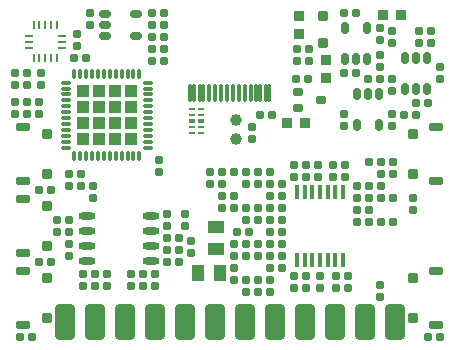
<source format=gtp>
G04*
G04 #@! TF.GenerationSoftware,Altium Limited,Altium Designer,19.1.5 (86)*
G04*
G04 Layer_Color=8421504*
%FSLAX25Y25*%
%MOIN*%
G70*
G01*
G75*
%ADD19R,0.04134X0.04134*%
%ADD20R,0.04134X0.04134*%
G04:AMPARAMS|DCode=21|XSize=7.87mil|YSize=20.67mil|CornerRadius=1.97mil|HoleSize=0mil|Usage=FLASHONLY|Rotation=90.000|XOffset=0mil|YOffset=0mil|HoleType=Round|Shape=RoundedRectangle|*
%AMROUNDEDRECTD21*
21,1,0.00787,0.01673,0,0,90.0*
21,1,0.00394,0.02067,0,0,90.0*
1,1,0.00394,0.00837,0.00197*
1,1,0.00394,0.00837,-0.00197*
1,1,0.00394,-0.00837,-0.00197*
1,1,0.00394,-0.00837,0.00197*
%
%ADD21ROUNDEDRECTD21*%
G04:AMPARAMS|DCode=22|XSize=15.75mil|YSize=20.67mil|CornerRadius=3.94mil|HoleSize=0mil|Usage=FLASHONLY|Rotation=90.000|XOffset=0mil|YOffset=0mil|HoleType=Round|Shape=RoundedRectangle|*
%AMROUNDEDRECTD22*
21,1,0.01575,0.01280,0,0,90.0*
21,1,0.00787,0.02067,0,0,90.0*
1,1,0.00787,0.00640,0.00394*
1,1,0.00787,0.00640,-0.00394*
1,1,0.00787,-0.00640,-0.00394*
1,1,0.00787,-0.00640,0.00394*
%
%ADD22ROUNDEDRECTD22*%
G04:AMPARAMS|DCode=23|XSize=35.43mil|YSize=31.5mil|CornerRadius=3.94mil|HoleSize=0mil|Usage=FLASHONLY|Rotation=90.000|XOffset=0mil|YOffset=0mil|HoleType=Round|Shape=RoundedRectangle|*
%AMROUNDEDRECTD23*
21,1,0.03543,0.02362,0,0,90.0*
21,1,0.02756,0.03150,0,0,90.0*
1,1,0.00787,0.01181,0.01378*
1,1,0.00787,0.01181,-0.01378*
1,1,0.00787,-0.01181,-0.01378*
1,1,0.00787,-0.01181,0.01378*
%
%ADD23ROUNDEDRECTD23*%
G04:AMPARAMS|DCode=24|XSize=35mil|YSize=35mil|CornerRadius=4.38mil|HoleSize=0mil|Usage=FLASHONLY|Rotation=270.000|XOffset=0mil|YOffset=0mil|HoleType=Round|Shape=RoundedRectangle|*
%AMROUNDEDRECTD24*
21,1,0.03500,0.02625,0,0,270.0*
21,1,0.02625,0.03500,0,0,270.0*
1,1,0.00875,-0.01313,-0.01313*
1,1,0.00875,-0.01313,0.01313*
1,1,0.00875,0.01313,0.01313*
1,1,0.00875,0.01313,-0.01313*
%
%ADD24ROUNDEDRECTD24*%
G04:AMPARAMS|DCode=25|XSize=27.56mil|YSize=35.43mil|CornerRadius=6.89mil|HoleSize=0mil|Usage=FLASHONLY|Rotation=90.000|XOffset=0mil|YOffset=0mil|HoleType=Round|Shape=RoundedRectangle|*
%AMROUNDEDRECTD25*
21,1,0.02756,0.02165,0,0,90.0*
21,1,0.01378,0.03543,0,0,90.0*
1,1,0.01378,0.01083,0.00689*
1,1,0.01378,0.01083,-0.00689*
1,1,0.01378,-0.01083,-0.00689*
1,1,0.01378,-0.01083,0.00689*
%
%ADD25ROUNDEDRECTD25*%
G04:AMPARAMS|DCode=26|XSize=35mil|YSize=35mil|CornerRadius=4.38mil|HoleSize=0mil|Usage=FLASHONLY|Rotation=180.000|XOffset=0mil|YOffset=0mil|HoleType=Round|Shape=RoundedRectangle|*
%AMROUNDEDRECTD26*
21,1,0.03500,0.02625,0,0,180.0*
21,1,0.02625,0.03500,0,0,180.0*
1,1,0.00875,-0.01313,0.01313*
1,1,0.00875,0.01313,0.01313*
1,1,0.00875,0.01313,-0.01313*
1,1,0.00875,-0.01313,-0.01313*
%
%ADD26ROUNDEDRECTD26*%
%ADD27O,0.01417X0.04961*%
%ADD28O,0.05709X0.02362*%
G04:AMPARAMS|DCode=29|XSize=23.62mil|YSize=39.37mil|CornerRadius=5.91mil|HoleSize=0mil|Usage=FLASHONLY|Rotation=90.000|XOffset=0mil|YOffset=0mil|HoleType=Round|Shape=RoundedRectangle|*
%AMROUNDEDRECTD29*
21,1,0.02362,0.02756,0,0,90.0*
21,1,0.01181,0.03937,0,0,90.0*
1,1,0.01181,0.01378,0.00591*
1,1,0.01181,0.01378,-0.00591*
1,1,0.01181,-0.01378,-0.00591*
1,1,0.01181,-0.01378,0.00591*
%
%ADD29ROUNDEDRECTD29*%
%ADD30R,0.02756X0.01102*%
%ADD31R,0.01102X0.02756*%
G04:AMPARAMS|DCode=32|XSize=23.62mil|YSize=39.37mil|CornerRadius=5.91mil|HoleSize=0mil|Usage=FLASHONLY|Rotation=180.000|XOffset=0mil|YOffset=0mil|HoleType=Round|Shape=RoundedRectangle|*
%AMROUNDEDRECTD32*
21,1,0.02362,0.02756,0,0,180.0*
21,1,0.01181,0.03937,0,0,180.0*
1,1,0.01181,-0.00591,0.01378*
1,1,0.01181,0.00591,0.01378*
1,1,0.01181,0.00591,-0.01378*
1,1,0.01181,-0.00591,-0.01378*
%
%ADD32ROUNDEDRECTD32*%
G04:AMPARAMS|DCode=33|XSize=59.06mil|YSize=11.81mil|CornerRadius=2.95mil|HoleSize=0mil|Usage=FLASHONLY|Rotation=270.000|XOffset=0mil|YOffset=0mil|HoleType=Round|Shape=RoundedRectangle|*
%AMROUNDEDRECTD33*
21,1,0.05906,0.00591,0,0,270.0*
21,1,0.05315,0.01181,0,0,270.0*
1,1,0.00591,-0.00295,-0.02657*
1,1,0.00591,-0.00295,0.02657*
1,1,0.00591,0.00295,0.02657*
1,1,0.00591,0.00295,-0.02657*
%
%ADD33ROUNDEDRECTD33*%
G04:AMPARAMS|DCode=34|XSize=66.93mil|YSize=122.05mil|CornerRadius=16.73mil|HoleSize=0mil|Usage=FLASHONLY|Rotation=180.000|XOffset=0mil|YOffset=0mil|HoleType=Round|Shape=RoundedRectangle|*
%AMROUNDEDRECTD34*
21,1,0.06693,0.08858,0,0,180.0*
21,1,0.03347,0.12205,0,0,180.0*
1,1,0.03346,-0.01673,0.04429*
1,1,0.03346,0.01673,0.04429*
1,1,0.03346,0.01673,-0.04429*
1,1,0.03346,-0.01673,-0.04429*
%
%ADD34ROUNDEDRECTD34*%
G04:AMPARAMS|DCode=35|XSize=47.24mil|YSize=23.62mil|CornerRadius=2.95mil|HoleSize=0mil|Usage=FLASHONLY|Rotation=180.000|XOffset=0mil|YOffset=0mil|HoleType=Round|Shape=RoundedRectangle|*
%AMROUNDEDRECTD35*
21,1,0.04724,0.01772,0,0,180.0*
21,1,0.04134,0.02362,0,0,180.0*
1,1,0.00591,-0.02067,0.00886*
1,1,0.00591,0.02067,0.00886*
1,1,0.00591,0.02067,-0.00886*
1,1,0.00591,-0.02067,-0.00886*
%
%ADD35ROUNDEDRECTD35*%
G04:AMPARAMS|DCode=36|XSize=31.5mil|YSize=35.43mil|CornerRadius=3.94mil|HoleSize=0mil|Usage=FLASHONLY|Rotation=180.000|XOffset=0mil|YOffset=0mil|HoleType=Round|Shape=RoundedRectangle|*
%AMROUNDEDRECTD36*
21,1,0.03150,0.02756,0,0,180.0*
21,1,0.02362,0.03543,0,0,180.0*
1,1,0.00787,-0.01181,0.01378*
1,1,0.00787,0.01181,0.01378*
1,1,0.00787,0.01181,-0.01378*
1,1,0.00787,-0.01181,-0.01378*
%
%ADD36ROUNDEDRECTD36*%
G04:AMPARAMS|DCode=37|XSize=23.62mil|YSize=23.62mil|CornerRadius=2.36mil|HoleSize=0mil|Usage=FLASHONLY|Rotation=270.000|XOffset=0mil|YOffset=0mil|HoleType=Round|Shape=RoundedRectangle|*
%AMROUNDEDRECTD37*
21,1,0.02362,0.01890,0,0,270.0*
21,1,0.01890,0.02362,0,0,270.0*
1,1,0.00472,-0.00945,-0.00945*
1,1,0.00472,-0.00945,0.00945*
1,1,0.00472,0.00945,0.00945*
1,1,0.00472,0.00945,-0.00945*
%
%ADD37ROUNDEDRECTD37*%
G04:AMPARAMS|DCode=38|XSize=42.5mil|YSize=55mil|CornerRadius=4.25mil|HoleSize=0mil|Usage=FLASHONLY|Rotation=180.000|XOffset=0mil|YOffset=0mil|HoleType=Round|Shape=RoundedRectangle|*
%AMROUNDEDRECTD38*
21,1,0.04250,0.04650,0,0,180.0*
21,1,0.03400,0.05500,0,0,180.0*
1,1,0.00850,-0.01700,0.02325*
1,1,0.00850,0.01700,0.02325*
1,1,0.00850,0.01700,-0.02325*
1,1,0.00850,-0.01700,-0.02325*
%
%ADD38ROUNDEDRECTD38*%
G04:AMPARAMS|DCode=39|XSize=31.5mil|YSize=11.81mil|CornerRadius=2.95mil|HoleSize=0mil|Usage=FLASHONLY|Rotation=270.000|XOffset=0mil|YOffset=0mil|HoleType=Round|Shape=RoundedRectangle|*
%AMROUNDEDRECTD39*
21,1,0.03150,0.00591,0,0,270.0*
21,1,0.02559,0.01181,0,0,270.0*
1,1,0.00591,-0.00295,-0.01280*
1,1,0.00591,-0.00295,0.01280*
1,1,0.00591,0.00295,0.01280*
1,1,0.00591,0.00295,-0.01280*
%
%ADD39ROUNDEDRECTD39*%
G04:AMPARAMS|DCode=40|XSize=31.5mil|YSize=11.81mil|CornerRadius=2.95mil|HoleSize=0mil|Usage=FLASHONLY|Rotation=180.000|XOffset=0mil|YOffset=0mil|HoleType=Round|Shape=RoundedRectangle|*
%AMROUNDEDRECTD40*
21,1,0.03150,0.00591,0,0,180.0*
21,1,0.02559,0.01181,0,0,180.0*
1,1,0.00591,-0.01280,0.00295*
1,1,0.00591,0.01280,0.00295*
1,1,0.00591,0.01280,-0.00295*
1,1,0.00591,-0.01280,-0.00295*
%
%ADD40ROUNDEDRECTD40*%
G04:AMPARAMS|DCode=41|XSize=23.62mil|YSize=23.62mil|CornerRadius=2.36mil|HoleSize=0mil|Usage=FLASHONLY|Rotation=180.000|XOffset=0mil|YOffset=0mil|HoleType=Round|Shape=RoundedRectangle|*
%AMROUNDEDRECTD41*
21,1,0.02362,0.01890,0,0,180.0*
21,1,0.01890,0.02362,0,0,180.0*
1,1,0.00472,-0.00945,0.00945*
1,1,0.00472,0.00945,0.00945*
1,1,0.00472,0.00945,-0.00945*
1,1,0.00472,-0.00945,-0.00945*
%
%ADD41ROUNDEDRECTD41*%
G04:AMPARAMS|DCode=42|XSize=42.5mil|YSize=55mil|CornerRadius=4.25mil|HoleSize=0mil|Usage=FLASHONLY|Rotation=270.000|XOffset=0mil|YOffset=0mil|HoleType=Round|Shape=RoundedRectangle|*
%AMROUNDEDRECTD42*
21,1,0.04250,0.04650,0,0,270.0*
21,1,0.03400,0.05500,0,0,270.0*
1,1,0.00850,-0.02325,-0.01700*
1,1,0.00850,-0.02325,0.01700*
1,1,0.00850,0.02325,0.01700*
1,1,0.00850,0.02325,-0.01700*
%
%ADD42ROUNDEDRECTD42*%
%ADD43C,0.03937*%
D19*
X-43657Y34343D02*
D03*
X-38342D02*
D03*
X-48972D02*
D03*
X-33027D02*
D03*
D20*
X-43657Y39658D02*
D03*
X-38342D02*
D03*
X-43657Y29028D02*
D03*
Y44973D02*
D03*
X-38342Y29028D02*
D03*
Y44973D02*
D03*
X-48972Y39658D02*
D03*
X-33027D02*
D03*
X-48972Y29028D02*
D03*
Y44973D02*
D03*
X-33027Y29028D02*
D03*
Y44973D02*
D03*
D21*
X-12526Y33031D02*
D03*
Y31063D02*
D03*
X-9474Y38937D02*
D03*
Y36968D02*
D03*
X-12526Y38937D02*
D03*
Y36968D02*
D03*
X-9474Y31063D02*
D03*
Y33031D02*
D03*
D22*
X-12526Y35000D02*
D03*
X-9474D02*
D03*
D23*
X31000Y70028D02*
D03*
Y60972D02*
D03*
D24*
X23000Y64000D02*
D03*
Y70000D02*
D03*
X32000Y55500D02*
D03*
Y49500D02*
D03*
D25*
X30240Y42000D02*
D03*
X22760Y39441D02*
D03*
Y44559D02*
D03*
D26*
X19000Y34500D02*
D03*
X25000D02*
D03*
X51000Y70500D02*
D03*
X57000D02*
D03*
D27*
X22323Y-11417D02*
D03*
X24882D02*
D03*
X27441D02*
D03*
X30000D02*
D03*
X32559D02*
D03*
X35118D02*
D03*
X37677D02*
D03*
X22323Y11417D02*
D03*
X24882D02*
D03*
X27441D02*
D03*
X30000D02*
D03*
X32559D02*
D03*
X35118D02*
D03*
X37677D02*
D03*
D28*
X-26272Y-11500D02*
D03*
Y-6500D02*
D03*
Y-1500D02*
D03*
Y3500D02*
D03*
X-47728Y-11500D02*
D03*
Y-6500D02*
D03*
Y-1500D02*
D03*
Y3500D02*
D03*
D29*
X-31343Y70740D02*
D03*
Y63260D02*
D03*
X-41658D02*
D03*
Y67000D02*
D03*
Y70740D02*
D03*
D30*
X-67012Y59531D02*
D03*
Y61500D02*
D03*
Y63468D02*
D03*
X-55988D02*
D03*
Y61500D02*
D03*
Y59531D02*
D03*
D31*
X-65437Y67012D02*
D03*
X-63468D02*
D03*
X-61500D02*
D03*
X-59531D02*
D03*
X-57563D02*
D03*
Y55988D02*
D03*
X-59531D02*
D03*
X-61500D02*
D03*
X-63468D02*
D03*
X-65437D02*
D03*
D32*
X38260Y66158D02*
D03*
X45740D02*
D03*
Y55843D02*
D03*
X42000D02*
D03*
X38260D02*
D03*
X62000Y56157D02*
D03*
X58260Y45842D02*
D03*
X62000D02*
D03*
X65740D02*
D03*
Y56157D02*
D03*
X58260D02*
D03*
X49740Y44157D02*
D03*
X46000D02*
D03*
X42260D02*
D03*
Y33843D02*
D03*
X49740D02*
D03*
D33*
X13189Y44421D02*
D03*
X12008D02*
D03*
X10039D02*
D03*
X8858D02*
D03*
X6890D02*
D03*
X4921D02*
D03*
X2953D02*
D03*
X984D02*
D03*
X-984D02*
D03*
X-2953D02*
D03*
X-4921D02*
D03*
X-6890D02*
D03*
X-8858D02*
D03*
X-10039D02*
D03*
X-12008D02*
D03*
X-13189D02*
D03*
D34*
X-55000Y-31929D02*
D03*
X-45000D02*
D03*
X-35000D02*
D03*
X-25000D02*
D03*
X-15000D02*
D03*
X-5000D02*
D03*
X5000D02*
D03*
X15000D02*
D03*
X25000D02*
D03*
X35000D02*
D03*
X45000D02*
D03*
X55000D02*
D03*
D35*
X-68862Y33055D02*
D03*
Y14945D02*
D03*
Y-14945D02*
D03*
Y-33055D02*
D03*
Y9055D02*
D03*
Y-9055D02*
D03*
X68862Y-33055D02*
D03*
Y-14945D02*
D03*
Y14945D02*
D03*
Y33055D02*
D03*
D36*
X-60988Y30693D02*
D03*
Y17307D02*
D03*
Y-17307D02*
D03*
Y-30693D02*
D03*
Y6693D02*
D03*
Y-6693D02*
D03*
X60988Y-30693D02*
D03*
Y-17307D02*
D03*
Y17307D02*
D03*
Y30693D02*
D03*
D37*
X50000Y53031D02*
D03*
Y56968D02*
D03*
X-50968Y63968D02*
D03*
Y60031D02*
D03*
X46500Y9532D02*
D03*
Y13468D02*
D03*
X-57500Y-1969D02*
D03*
Y1969D02*
D03*
X13500Y-10031D02*
D03*
Y-13969D02*
D03*
X-17000Y-7969D02*
D03*
Y-4031D02*
D03*
X1500Y6032D02*
D03*
Y9968D02*
D03*
X46500Y1531D02*
D03*
Y5469D02*
D03*
X29500Y16532D02*
D03*
Y20469D02*
D03*
X-13000Y-5032D02*
D03*
Y-8969D02*
D03*
X-21000Y3968D02*
D03*
Y32D02*
D03*
X-63000Y47032D02*
D03*
Y50968D02*
D03*
X-22000Y67000D02*
D03*
Y70937D02*
D03*
X50000Y62032D02*
D03*
Y65969D02*
D03*
X54000Y33531D02*
D03*
Y37468D02*
D03*
X38000Y33531D02*
D03*
Y37468D02*
D03*
X70000Y49063D02*
D03*
Y53000D02*
D03*
X54000Y48968D02*
D03*
Y45031D02*
D03*
Y61032D02*
D03*
Y64969D02*
D03*
X-53500Y1969D02*
D03*
Y-1969D02*
D03*
X13500Y-21969D02*
D03*
Y-18032D02*
D03*
X1500Y-6032D02*
D03*
Y-9968D02*
D03*
Y-17968D02*
D03*
Y-14031D02*
D03*
X17500Y-13969D02*
D03*
Y-10031D02*
D03*
X-53500Y-6032D02*
D03*
Y-9968D02*
D03*
X-45500Y13468D02*
D03*
Y9532D02*
D03*
X-49000Y-16032D02*
D03*
Y-19969D02*
D03*
X-2500Y6032D02*
D03*
Y9968D02*
D03*
X-21000Y-4031D02*
D03*
Y-7969D02*
D03*
X-15000Y3968D02*
D03*
Y32D02*
D03*
X17500Y13969D02*
D03*
Y10031D02*
D03*
X-25000Y-16032D02*
D03*
Y-19969D02*
D03*
X50500Y13532D02*
D03*
Y17469D02*
D03*
X54500Y17531D02*
D03*
Y21468D02*
D03*
X42500Y5469D02*
D03*
Y1531D02*
D03*
Y13468D02*
D03*
Y9532D02*
D03*
X7500Y29032D02*
D03*
Y32969D02*
D03*
X-26000Y67032D02*
D03*
Y70969D02*
D03*
X-67500Y47032D02*
D03*
Y50968D02*
D03*
X-63500Y37500D02*
D03*
Y41437D02*
D03*
X-67500Y37532D02*
D03*
Y41469D02*
D03*
X-71500Y37532D02*
D03*
Y41469D02*
D03*
X61000Y5531D02*
D03*
Y9469D02*
D03*
X-71500Y50968D02*
D03*
Y47032D02*
D03*
X63000Y61032D02*
D03*
Y64969D02*
D03*
X-46500Y70969D02*
D03*
Y67032D02*
D03*
X-23500Y21969D02*
D03*
Y18032D02*
D03*
X67000Y64969D02*
D03*
Y61032D02*
D03*
X50000Y-23469D02*
D03*
Y-19532D02*
D03*
X30000Y-16532D02*
D03*
Y-20469D02*
D03*
X13500Y10031D02*
D03*
Y13969D02*
D03*
D38*
X-10626Y-15500D02*
D03*
X-3374D02*
D03*
D39*
X-51827Y50780D02*
D03*
X-49858D02*
D03*
X-47890D02*
D03*
X-45921D02*
D03*
X-43953D02*
D03*
X-41984D02*
D03*
X-40016D02*
D03*
X-38047D02*
D03*
X-36079D02*
D03*
X-34110D02*
D03*
X-32142D02*
D03*
X-30173D02*
D03*
Y23221D02*
D03*
X-32142D02*
D03*
X-34110D02*
D03*
X-36079D02*
D03*
X-38047D02*
D03*
X-40016D02*
D03*
X-41984D02*
D03*
X-43953D02*
D03*
X-45921D02*
D03*
X-47890D02*
D03*
X-49858D02*
D03*
X-51827D02*
D03*
D40*
X-27220Y47827D02*
D03*
Y45858D02*
D03*
Y43890D02*
D03*
Y41921D02*
D03*
Y39953D02*
D03*
Y37984D02*
D03*
Y36016D02*
D03*
Y34047D02*
D03*
Y32079D02*
D03*
Y30110D02*
D03*
Y28142D02*
D03*
Y26173D02*
D03*
X-54779D02*
D03*
Y28142D02*
D03*
Y30110D02*
D03*
Y32079D02*
D03*
Y34047D02*
D03*
Y36016D02*
D03*
Y37984D02*
D03*
Y39953D02*
D03*
Y41921D02*
D03*
Y43890D02*
D03*
Y45858D02*
D03*
Y47827D02*
D03*
D41*
X21531Y-16500D02*
D03*
X25469D02*
D03*
X-49531Y13500D02*
D03*
X-53469D02*
D03*
X5531Y-6000D02*
D03*
X9469D02*
D03*
X13532Y-2000D02*
D03*
X17469D02*
D03*
X-44969Y-16000D02*
D03*
X-41032D02*
D03*
X21531Y16500D02*
D03*
X25469D02*
D03*
X13532Y2000D02*
D03*
X17469D02*
D03*
X-29032Y-16000D02*
D03*
X-32969D02*
D03*
X38469Y16500D02*
D03*
X34532D02*
D03*
X-2531Y18000D02*
D03*
X-6469D02*
D03*
X61968Y37000D02*
D03*
X58031D02*
D03*
X-26000Y63000D02*
D03*
X-22063D02*
D03*
X10031Y37000D02*
D03*
X13969D02*
D03*
X26469Y55000D02*
D03*
X22532D02*
D03*
X26469Y59000D02*
D03*
X22532D02*
D03*
X38032Y51000D02*
D03*
X41969D02*
D03*
X38032Y71000D02*
D03*
X41969D02*
D03*
X49968Y49000D02*
D03*
X46031D02*
D03*
X62032Y41000D02*
D03*
X65969D02*
D03*
X25469Y-20500D02*
D03*
X21531D02*
D03*
X-49531Y17500D02*
D03*
X-53469D02*
D03*
X9469Y-10000D02*
D03*
X5531D02*
D03*
X9469Y-18000D02*
D03*
X5531D02*
D03*
X6469Y-2000D02*
D03*
X2531D02*
D03*
X17469Y-6000D02*
D03*
X13532D02*
D03*
X5531Y-22000D02*
D03*
X9469D02*
D03*
X-44969Y-20000D02*
D03*
X-41032D02*
D03*
X25469Y20500D02*
D03*
X21531D02*
D03*
X9469Y6000D02*
D03*
X5531D02*
D03*
X9469Y14000D02*
D03*
X5531D02*
D03*
X5469Y18000D02*
D03*
X1531D02*
D03*
X9469Y2000D02*
D03*
X5531D02*
D03*
X17469Y6000D02*
D03*
X13532D02*
D03*
X-20968Y-12000D02*
D03*
X-17031D02*
D03*
X9532Y18000D02*
D03*
X13468D02*
D03*
X-29032Y-20000D02*
D03*
X-32969D02*
D03*
X34532Y20500D02*
D03*
X38469D02*
D03*
X-2531Y14000D02*
D03*
X-6469D02*
D03*
X50532Y9500D02*
D03*
X54469D02*
D03*
X50532Y1500D02*
D03*
X54469D02*
D03*
X50468Y21500D02*
D03*
X46532D02*
D03*
X35531Y-16500D02*
D03*
X39469D02*
D03*
X35531Y-20500D02*
D03*
X39469D02*
D03*
X-25969Y59000D02*
D03*
X-22031D02*
D03*
X22031Y49000D02*
D03*
X25969D02*
D03*
X69968Y-37000D02*
D03*
X66031D02*
D03*
X-63468Y12000D02*
D03*
X-59531D02*
D03*
X-63468Y-12000D02*
D03*
X-59531D02*
D03*
X-69968Y-37000D02*
D03*
X-66031D02*
D03*
X-25969Y55000D02*
D03*
X-22031D02*
D03*
X-52000Y56000D02*
D03*
X-48063D02*
D03*
D42*
X-4500Y-7626D02*
D03*
Y-374D02*
D03*
D43*
X2000Y35500D02*
D03*
Y29000D02*
D03*
M02*

</source>
